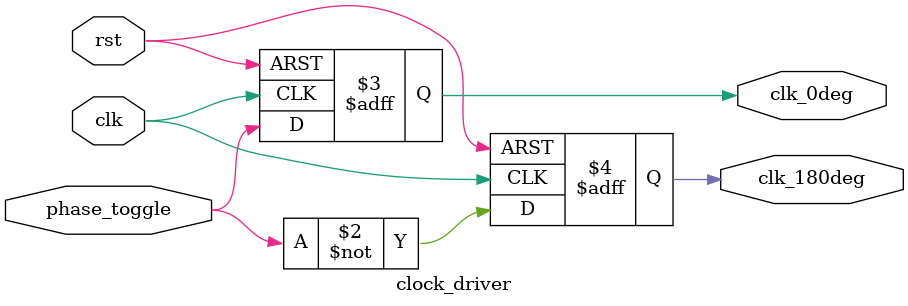
<source format=sv>
module dual_phase_clkgen (
    input  wire sys_clk,    // 系统时钟输入
    input  wire async_rst,  // 异步复位信号
    output wire clk_0deg,   // 0度相位时钟输出
    output wire clk_180deg  // 180度相位时钟输出
);
    // 内部连线
    wire phase_toggle;
    
    // 相位切换生成子模块
    phase_generator phase_gen_inst (
        .clk      (sys_clk),
        .rst      (async_rst),
        .phase_out(phase_toggle)
    );
    
    // 时钟输出驱动子模块
    clock_driver clock_driver_inst (
        .clk         (sys_clk),
        .rst         (async_rst),
        .phase_toggle(phase_toggle),
        .clk_0deg    (clk_0deg),
        .clk_180deg  (clk_180deg)
    );
    
endmodule

// 相位切换生成器子模块
module phase_generator (
    input  wire clk,       // 输入时钟
    input  wire rst,       // 异步复位
    output reg  phase_out  // 相位切换输出
);
    
    // 相位切换逻辑
    always @(posedge clk or posedge rst) begin
        if (rst) begin
            phase_out <= 1'b0;
        end else begin
            phase_out <= ~phase_out;
        end
    end
    
endmodule

// 时钟驱动器子模块
module clock_driver (
    input  wire clk,          // 输入时钟
    input  wire rst,          // 异步复位
    input  wire phase_toggle, // 相位切换信号
    output reg  clk_0deg,     // 0度相位时钟输出
    output reg  clk_180deg    // 180度相位时钟输出
);
    
    // 时钟输出驱动逻辑
    always @(posedge clk or posedge rst) begin
        if (rst) begin
            clk_0deg   <= 1'b0;
            clk_180deg <= 1'b1;
        end else begin
            clk_0deg   <= phase_toggle;
            clk_180deg <= ~phase_toggle;
        end
    end
    
endmodule
</source>
